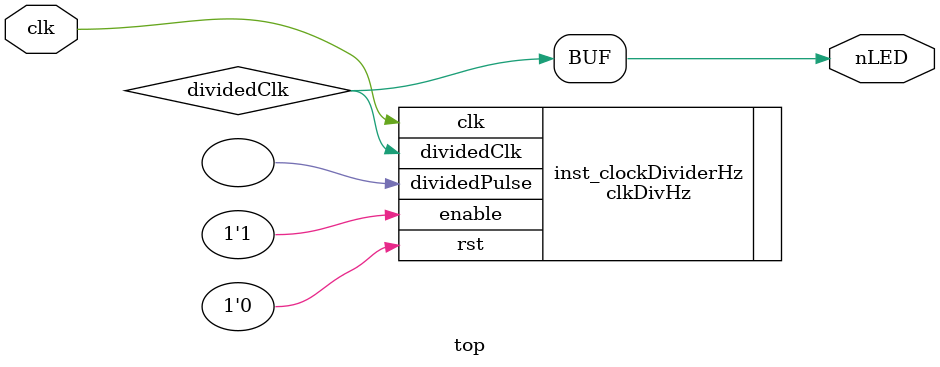
<source format=v>

`default_nettype none
`include "../src/clkDivHz.v"

module top(
    input clk,
    output nLED
);

	wire dividedClk;
		
	clkDivHz #(
			.FREQUENCY(15)
		) inst_clockDividerHz (
			.clk        	(clk),
			.rst        	(1'b0),
			.enable     	(1'b1),
			.dividedClk 	(dividedClk),
			.dividedPulse	()
		);

	assign nLED = dividedClk;
endmodule


</source>
